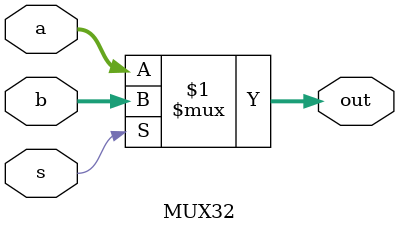
<source format=v>
`timescale 1ns / 1ps
/*******************************************************************  
*  
* Module: MUX32.v  
* Project: SSRisc  
* Author: Mariane, Shahd, Lobna 
* Description: a 2 by 1 32 bit size multiplexer
*  
* Change history: 17/06/19 - created in lab  
*                 
*  **********************************************************************/ 


module MUX32(
input [31:0] a, 
input [31:0] b, 
input s, 
output [31:0] out
);
    
assign out = (s)? b:a;

endmodule

</source>
